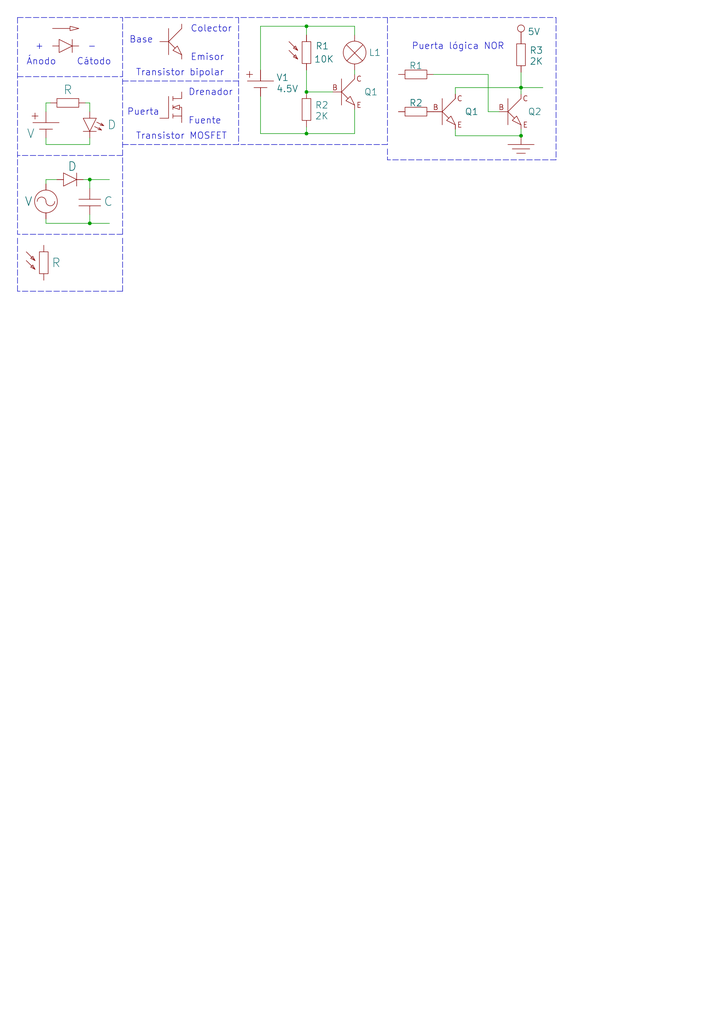
<source format=kicad_sch>
(kicad_sch (version 20211123) (generator eeschema)
  (paper "A4" portrait)
  (title_block (title "Semiconductores") (date "2021-05-21") (company "www.picuino.com") (comment 1 "Copyright (c) 2021 by Carlos Pardo") (comment 2 "License CC BY-SA 4.0"))
  (lib_symbols
    (symbol "electric-esquema-semiconductores-rescue:LDR-simbolos" (pin_names (offset 1.016))
      (property "Reference" "R" (at 1.905 -5.08 0))
      (symbol "LDR-simbolos_0_1"
        (rectangle (start -1.27 -1.905) (end 1.27 -8.255))
        (polyline (pts (xy -2.54 -6.985) (xy -5.08 -4.445)))
        (polyline (pts (xy -2.54 -4.445) (xy -5.08 -1.905)))
        (polyline (pts (xy -2.54 -6.985) (xy -3.175 -5.715) (xy -3.81 -6.35) (xy -2.54 -6.985)))
        (polyline (pts (xy -2.54 -4.445) (xy -3.175 -3.175) (xy -3.81 -3.81) (xy -2.54 -4.445)))
      )
      (symbol "LDR-simbolos_1_1"
        (pin input line (at 0 -10.16 90) (length 1.905) (name "") (number ""))
        (pin input line (at 0 0 270) (length 1.905) (name "") (number ""))
      )
    )
    (symbol "electric-esquema-semiconductores-rescue:MOSFET_N-simbolos" (pin_names (offset 1.016))
      (property "Reference" "Q" (at 6.985 3.81 0))
      (symbol "MOSFET_N-simbolos_0_1"
        (polyline (pts (xy 2.54 6.35) (xy 2.54 0)))
        (polyline (pts (xy 3.81 0) (xy 3.81 1.27)))
        (polyline (pts (xy 3.81 2.54) (xy 3.81 3.81)))
        (polyline (pts (xy 3.81 5.08) (xy 3.81 6.35)))
        (polyline (pts (xy 5.715 3.175) (xy 6.35 3.175) (xy 6.35 0.635)))
        (polyline (pts (xy 6.35 0) (xy 6.35 0.635) (xy 3.81 0.635)))
        (polyline (pts (xy 6.35 6.35) (xy 6.35 5.715) (xy 3.81 5.715)))
        (polyline (pts (xy 5.715 3.81) (xy 3.81 3.175) (xy 5.715 2.54) (xy 5.715 3.81)))
      )
      (symbol "MOSFET_N-simbolos_1_1"
        (pin input line (at 0 0 0) (length 2.54) (name "") (number ""))
        (pin input line (at 6.35 -1.27 90) (length 1.27) (name "") (number ""))
        (pin input line (at 6.35 7.62 270) (length 1.27) (name "") (number ""))
      )
    )
    (symbol "electric-esquema-semiconductores-rescue:NPN-simbolos" (pin_names (offset 1.016))
      (property "Reference" "Q" (at 6.985 -5.08 0))
      (symbol "NPN-simbolos_0_0"
        (polyline (pts (xy 4.445 -6.985) (xy 2.54 -5.08)))
        (polyline (pts (xy 6.35 -8.89) (xy 5.08 -6.35) (xy 3.81 -7.62) (xy 6.35 -8.89)))
        (text "B" (at 0.635 -3.81 0) (effects (font (size 1.524 1.524))))
        (text "C" (at 7.62 -1.27 0) (effects (font (size 1.524 1.524))))
        (text "E" (at 7.62 -8.89 0) (effects (font (size 1.524 1.524))))
      )
      (symbol "NPN-simbolos_0_1"
        (polyline (pts (xy 2.54 -5.08) (xy 6.35 -1.27)))
        (polyline (pts (xy 2.54 -1.27) (xy 2.54 -8.89)))
      )
      (symbol "NPN-simbolos_1_1"
        (pin input line (at 0 -5.08 0) (length 2.54) (name "") (number ""))
        (pin input line (at 6.35 -10.16 90) (length 1.27) (name "") (number ""))
        (pin input line (at 6.35 0 270) (length 1.27) (name "") (number ""))
      )
    )
    (symbol "electric-esquema-semiconductores-rescue:NPN_2-simbolos" (pin_names (offset 1.016))
      (property "Reference" "Q" (at 6.985 -5.08 0))
      (symbol "NPN_2-simbolos_0_0"
        (polyline (pts (xy 4.445 -6.985) (xy 2.54 -5.08)))
        (polyline (pts (xy 6.35 -8.89) (xy 5.08 -6.35) (xy 3.81 -7.62) (xy 6.35 -8.89)))
      )
      (symbol "NPN_2-simbolos_0_1"
        (polyline (pts (xy 2.54 -5.08) (xy 6.35 -1.27)))
        (polyline (pts (xy 2.54 -1.27) (xy 2.54 -8.89)))
      )
      (symbol "NPN_2-simbolos_1_1"
        (pin input line (at 0 -5.08 0) (length 2.54) (name "") (number ""))
        (pin input line (at 6.35 -10.16 90) (length 1.27) (name "") (number ""))
        (pin input line (at 6.35 0 270) (length 1.27) (name "") (number ""))
      )
    )
    (symbol "electric-esquema-semiconductores-rescue:Pila-simbolos" (pin_names (offset 1.016))
      (property "Reference" "V" (at 5.08 -4.445 0))
      (symbol "Pila-simbolos_0_1"
        (polyline (pts (xy -4.064 -1.27) (xy -2.286 -1.27)))
        (polyline (pts (xy -3.81 -3.175) (xy 3.81 -3.175)))
        (polyline (pts (xy -3.175 -0.381) (xy -3.175 -2.159)))
        (polyline (pts (xy -1.905 -5.08) (xy 1.905 -5.08)))
      )
      (symbol "Pila-simbolos_1_1"
        (pin input line (at 0 -7.62 90) (length 2.54) (name "") (number ""))
        (pin input line (at 0 0 270) (length 3.175) (name "") (number ""))
      )
    )
    (symbol "electric-esquema-semiconductores-rescue:condensador-simbolos" (pin_names (offset 1.016))
      (property "Reference" "C" (at 3.81 -4.445 0))
      (symbol "condensador-simbolos_0_1"
        (polyline (pts (xy -3.175 -3.175) (xy 3.175 -3.175)))
        (polyline (pts (xy 3.175 -5.08) (xy -3.175 -5.08)))
      )
      (symbol "condensador-simbolos_1_1"
        (pin input line (at 0 -7.62 90) (length 2.54) (name "") (number ""))
        (pin input line (at 0 0 270) (length 3.175) (name "") (number ""))
      )
    )
    (symbol "electric-esquema-semiconductores-rescue:conector-simbolos" (pin_names (offset 1.016))
      (symbol "conector-simbolos_0_1"
        (circle (center 2.54 0) (radius 1.016))
      )
      (symbol "conector-simbolos_1_1"
        (pin input line (at 0 0 0) (length 1.524) (name "") (number ""))
      )
    )
    (symbol "electric-esquema-semiconductores-rescue:current-simbolos" (pin_names (offset 1.016))
      (property "Reference" "I" (at 2.54 1.27 0))
      (symbol "current-simbolos_0_1"
        (polyline (pts (xy 0 0) (xy 5.08 0) (xy 5.08 0.635) (xy 7.62 0) (xy 5.08 -0.635) (xy 5.08 0)))
      )
    )
    (symbol "electric-esquema-semiconductores-rescue:diodo-simbolos" (pin_names (offset 1.016))
      (property "Reference" "D" (at 2.54 -3.81 0))
      (symbol "diodo-simbolos_0_1"
        (polyline (pts (xy 1.905 -5.715) (xy -1.905 -5.715)))
        (polyline (pts (xy 1.905 -1.905) (xy -1.905 -1.905) (xy 0 -5.715) (xy 1.905 -1.905)))
      )
      (symbol "diodo-simbolos_1_1"
        (pin input line (at 0 -7.62 90) (length 1.905) (name "") (number ""))
        (pin input line (at 0 0 270) (length 1.905) (name "") (number ""))
      )
    )
    (symbol "electric-esquema-semiconductores-rescue:diodo_led-simbolos" (pin_names (offset 1.016))
      (property "Reference" "D" (at 5.08 -3.81 0))
      (symbol "diodo_led-simbolos_0_1"
        (polyline (pts (xy 1.397 -4.318) (xy 3.429 -5.334)))
        (polyline (pts (xy 1.905 -5.715) (xy -1.905 -5.715)))
        (polyline (pts (xy 2.032 -3.048) (xy 4.064 -4.064)))
        (polyline (pts (xy 3.429 -5.334) (xy 2.3622 -5.1816)))
        (polyline (pts (xy 3.429 -5.334) (xy 2.667 -4.572)))
        (polyline (pts (xy 4.064 -4.064) (xy 2.9972 -3.9116)))
        (polyline (pts (xy 4.064 -4.064) (xy 3.302 -3.302)))
        (polyline (pts (xy 1.905 -1.905) (xy -1.905 -1.905) (xy 0 -5.715) (xy 1.905 -1.905)))
      )
      (symbol "diodo_led-simbolos_1_1"
        (pin input line (at 0 -7.62 90) (length 1.905) (name "") (number ""))
        (pin input line (at 0 0 270) (length 1.905) (name "") (number ""))
      )
    )
    (symbol "electric-esquema-semiconductores-rescue:generador-simbolos" (pin_names (offset 1.016))
      (property "Reference" "V" (at 4.445 -5.08 0))
      (symbol "generador-simbolos_0_0"
        (arc (start 0 -5.08) (mid -1.27 -3.81) (end -2.54 -5.08))
        (arc (start 0 -5.08) (mid 1.27 -6.35) (end 2.54 -5.08))
      )
      (symbol "generador-simbolos_0_1"
        (circle (center 0 -5.08) (radius 3.302))
      )
      (symbol "generador-simbolos_1_1"
        (pin input line (at 0 -10.16 90) (length 1.778) (name "") (number ""))
        (pin input line (at 0 0 270) (length 1.778) (name "") (number ""))
      )
    )
    (symbol "electric-esquema-semiconductores-rescue:lampara-simbolos" (pin_names (offset 1.016))
      (property "Reference" "L" (at 4.445 -5.08 0))
      (symbol "lampara-simbolos_0_1"
        (circle (center 0 -5.08) (radius 3.302))
        (polyline (pts (xy -2.286 -7.493) (xy 2.286 -2.921)))
        (polyline (pts (xy -2.286 -2.921) (xy 2.286 -7.493)))
      )
      (symbol "lampara-simbolos_1_1"
        (pin input line (at 0 -10.16 90) (length 1.778) (name "") (number ""))
        (pin input line (at 0 0 270) (length 1.778) (name "") (number ""))
      )
    )
    (symbol "electric-esquema-semiconductores-rescue:resistencia-simbolos" (pin_names (offset 1.016))
      (property "Reference" "R" (at 1.905 -5.08 0))
      (symbol "resistencia-simbolos_0_1"
        (rectangle (start -1.27 -1.905) (end 1.27 -8.255))
      )
      (symbol "resistencia-simbolos_1_1"
        (pin input line (at 0 -10.16 90) (length 1.905) (name "") (number ""))
        (pin input line (at 0 0 270) (length 1.905) (name "") (number ""))
      )
    )
    (symbol "electric-esquema-semiconductores-rescue:tierra-simbolos" (pin_names (offset 1.016))
      (symbol "tierra-simbolos_0_0"
        (polyline (pts (xy -3.81 -2.54) (xy 3.81 -2.54)))
        (polyline (pts (xy -2.54 -3.81) (xy 2.54 -3.81)))
        (polyline (pts (xy -1.27 -5.08) (xy 1.27 -5.08)))
      )
      (symbol "tierra-simbolos_1_1"
        (pin input line (at 0 0 270) (length 2.54) (name "") (number ""))
      )
    )
  )
  (junction (at 88.9 26.67))
  (junction (at 26.035 52.07))
  (junction (at 88.9 38.735))
  (junction (at 151.13 39.37))
  (junction (at 151.13 25.4))
  (junction (at 26.035 64.77))
  (junction (at 88.9 7.62))
  (polyline (pts (xy 35.56 41.91) (xy 69.215 41.91)))
  (wire (pts (xy 132.08 37.465) (xy 132.08 39.37)))
  (polyline (pts (xy 35.56 84.455) (xy 35.56 68.58)))
  (wire (pts (xy 13.335 29.845) (xy 14.605 29.845)))
  (wire (pts (xy 13.335 32.385) (xy 13.335 29.845)))
  (wire (pts (xy 13.335 64.77) (xy 26.035 64.77)))
  (wire (pts (xy 13.335 52.07) (xy 13.335 53.34)))
  (polyline (pts (xy 35.56 45.72) (xy 35.56 67.945)))
  (polyline (pts (xy 5.08 84.455) (xy 5.08 68.58)))
  (wire (pts (xy 75.565 20.32) (xy 75.565 7.62)))
  (polyline (pts (xy 35.56 22.86) (xy 35.56 45.085)))
  (wire (pts (xy 141.605 32.385) (xy 141.605 21.59)))
  (wire (pts (xy 13.335 40.005) (xy 13.335 41.91)))
  (polyline (pts (xy 35.56 45.085) (xy 5.08 45.085)))
  (wire (pts (xy 88.9 20.32) (xy 88.9 26.67)))
  (polyline (pts (xy 112.395 5.08) (xy 112.395 41.91)))
  (wire (pts (xy 102.87 38.735) (xy 88.9 38.735)))
  (wire (pts (xy 26.035 64.77) (xy 26.035 62.23)))
  (wire (pts (xy 75.565 27.94) (xy 75.565 38.735)))
  (wire (pts (xy 151.13 25.4) (xy 157.48 25.4)))
  (wire (pts (xy 144.78 32.385) (xy 141.605 32.385)))
  (wire (pts (xy 26.035 29.845) (xy 26.035 32.385)))
  (wire (pts (xy 132.08 25.4) (xy 151.13 25.4)))
  (wire (pts (xy 88.9 38.735) (xy 88.9 36.83)))
  (wire (pts (xy 13.335 63.5) (xy 13.335 64.77)))
  (wire (pts (xy 75.565 7.62) (xy 88.9 7.62)))
  (wire (pts (xy 26.035 52.07) (xy 24.13 52.07)))
  (polyline (pts (xy 112.395 41.91) (xy 69.85 41.91)))
  (wire (pts (xy 88.9 38.735) (xy 75.565 38.735)))
  (polyline (pts (xy 112.395 43.18) (xy 112.395 46.355)))
  (wire (pts (xy 141.605 21.59) (xy 125.73 21.59)))
  (wire (pts (xy 132.08 27.305) (xy 132.08 25.4)))
  (wire (pts (xy 24.765 29.845) (xy 26.035 29.845)))
  (polyline (pts (xy 35.56 67.945) (xy 5.08 67.945)))
  (polyline (pts (xy 5.08 22.225) (xy 35.56 22.225)))
  (polyline (pts (xy 36.195 5.08) (xy 69.215 5.08)))
  (wire (pts (xy 26.035 52.07) (xy 26.035 54.61)))
  (wire (pts (xy 132.08 39.37) (xy 151.13 39.37)))
  (polyline (pts (xy 161.29 5.08) (xy 161.29 46.355)))
  (polyline (pts (xy 69.215 5.08) (xy 69.215 41.91)))
  (wire (pts (xy 102.87 7.62) (xy 102.87 10.16)))
  (wire (pts (xy 88.9 7.62) (xy 102.87 7.62)))
  (wire (pts (xy 26.035 52.07) (xy 31.75 52.07)))
  (wire (pts (xy 151.13 25.4) (xy 151.13 20.955)))
  (wire (pts (xy 26.035 64.77) (xy 31.75 64.77)))
  (polyline (pts (xy 35.56 84.455) (xy 5.08 84.455)))
  (wire (pts (xy 151.13 39.37) (xy 151.13 37.465)))
  (polyline (pts (xy 35.56 23.495) (xy 69.215 23.495)))
  (polyline (pts (xy 113.03 5.08) (xy 161.29 5.08)))
  (wire (pts (xy 26.035 41.91) (xy 26.035 40.005)))
  (polyline (pts (xy 35.56 22.225) (xy 35.56 5.08)))
  (wire (pts (xy 88.9 26.67) (xy 96.52 26.67)))
  (wire (pts (xy 88.9 7.62) (xy 88.9 10.16)))
  (wire (pts (xy 13.335 41.91) (xy 26.035 41.91)))
  (polyline (pts (xy 69.85 5.08) (xy 112.395 5.08)))
  (wire (pts (xy 151.13 27.305) (xy 151.13 25.4)))
  (polyline (pts (xy 161.29 46.355) (xy 112.395 46.355)))
  (wire (pts (xy 13.335 52.07) (xy 16.51 52.07)))
  (polyline (pts (xy 5.08 5.08) (xy 5.08 67.945)))
  (wire (pts (xy 102.87 31.75) (xy 102.87 38.735)))
  (polyline (pts (xy 5.08 5.08) (xy 35.56 5.08)))
  (wire (pts (xy 102.87 20.32) (xy 102.87 21.59)))
  (text "Puerta lógica NOR" (at 119.38 14.605 0) (effects (font (size 1.905 1.905)) (justify left bottom)))
  (text "Transistor MOSFET" (at 39.37 40.64 0) (effects (font (size 1.905 1.905)) (justify left bottom)))
  (text "IMPRIMIR CON ANCHO DE LINEA EN 12MILS Y LOS COMPONENTES EN 12MILS" (at 64.77 -3.81 0) (effects (font (size 1.27 1.27)) (justify left bottom)))
  (text "Cátodo" (at 22.225 19.05 0) (effects (font (size 1.905 1.905)) (justify left bottom)))
  (text "Fuente" (at 54.61 36.195 0) (effects (font (size 1.905 1.905)) (justify left bottom)))
  (text "+" (at 10.16 14.605 0) (effects (font (size 1.905 1.905)) (justify left bottom)))
  (text "Colector" (at 55.245 9.525 0) (effects (font (size 1.905 1.905)) (justify left bottom)))
  (text "Transistor bipolar" (at 39.37 22.225 0) (effects (font (size 1.905 1.905)) (justify left bottom)))
  (text "Ánodo" (at 7.62 19.05 0) (effects (font (size 1.905 1.905)) (justify left bottom)))
  (text "Emisor" (at 55.245 17.78 0) (effects (font (size 1.905 1.905)) (justify left bottom)))
  (text "Drenador" (at 54.61 27.94 0) (effects (font (size 1.905 1.905)) (justify left bottom)))
  (text "-" (at 25.4 14.605 0) (effects (font (size 1.905 1.905)) (justify left bottom)))
  (text "Puerta" (at 36.83 33.655 0) (effects (font (size 1.905 1.905)) (justify left bottom)))
  (text "Base" (at 37.465 12.7 0) (effects (font (size 1.905 1.905)) (justify left bottom)))
  (symbol (lib_id "electric-esquema-semiconductores-rescue:diodo-simbolos") (at 15.24 13.335 90) (unit 1)
    (property "Reference" "D1" (effects hide))
    (property "Value" "diodo" (effects hide))
  )
  (symbol (lib_id "electric-esquema-semiconductores-rescue:current-simbolos") (at 15.24 8.255 0) (unit 1)
    (property "Reference" "I" (effects hide))
    (property "Value" "current" (effects hide))
  )
  (symbol (lib_id "electric-esquema-semiconductores-rescue:diodo_led-simbolos") (at 26.035 32.385 0) (unit 1)
    (property "Reference" "D" (at 30.9372 36.195 0) (effects (font (size 2.54 2.54)) (justify left)))
    (property "Value" "diodo_led" (effects hide))
  )
  (symbol (lib_id "electric-esquema-semiconductores-rescue:resistencia-simbolos") (at 24.765 29.845 270) (unit 1)
    (property "Reference" "R" (at 19.685 26.035 90) (effects (font (size 2.54 2.54))))
    (property "Value" "resistencia" (effects hide))
  )
  (symbol (lib_id "electric-esquema-semiconductores-rescue:Pila-simbolos") (at 13.335 32.385 0) (unit 1)
    (property "Reference" "V" (at 7.62 38.735 0) (effects (font (size 2.54 2.54)) (justify left)))
    (property "Value" "Pila" (effects hide))
  )
  (symbol (lib_id "electric-esquema-semiconductores-rescue:LDR-simbolos") (at 88.9 10.16 0) (unit 1)
    (property "Reference" "R1" (at 91.44 13.335 0) (effects (font (size 1.905 1.905)) (justify left)))
    (property "Value" "10K" (at 93.98 17.145 0) (effects (font (size 1.905 1.905))))
  )
  (symbol (lib_id "electric-esquema-semiconductores-rescue:resistencia-simbolos") (at 88.9 36.83 180) (unit 1)
    (property "Reference" "R2" (at 93.345 30.48 0) (effects (font (size 1.905 1.905))))
    (property "Value" "2K" (at 93.345 33.655 0) (effects (font (size 1.905 1.905))))
  )
  (symbol (lib_id "electric-esquema-semiconductores-rescue:lampara-simbolos") (at 102.87 10.16 0) (unit 1)
    (property "Reference" "L1" (at 106.8832 15.24 0) (effects (font (size 1.905 1.905)) (justify left)))
    (property "Value" "lampara" (effects hide))
  )
  (symbol (lib_id "electric-esquema-semiconductores-rescue:Pila-simbolos") (at 75.565 20.32 0) (unit 1)
    (property "Reference" "V1" (at 80.0862 22.479 0) (effects (font (size 1.905 1.905)) (justify left)))
    (property "Value" "4.5V" (at 80.0862 25.7556 0) (effects (font (size 1.905 1.905)) (justify left)))
  )
  (symbol (lib_id "electric-esquema-semiconductores-rescue:generador-simbolos") (at 13.335 53.34 0) (unit 1)
    (property "Reference" "V" (at 6.985 58.42 0) (effects (font (size 2.54 2.54)) (justify left)))
    (property "Value" "generador" (effects hide))
  )
  (symbol (lib_id "electric-esquema-semiconductores-rescue:diodo-simbolos") (at 16.51 52.07 90) (unit 1)
    (property "Reference" "D" (at 20.955 48.26 90) (effects (font (size 2.54 2.54))))
    (property "Value" "diodo" (effects hide))
  )
  (symbol (lib_id "electric-esquema-semiconductores-rescue:condensador-simbolos") (at 26.035 54.61 0) (unit 1)
    (property "Reference" "C" (at 29.9212 58.42 0) (effects (font (size 2.54 2.54)) (justify left)))
    (property "Value" "condensador" (effects hide))
  )
  (symbol (lib_id "electric-esquema-semiconductores-rescue:NPN-simbolos") (at 96.52 21.59 0) (unit 1)
    (property "Reference" "Q1" (at 105.537 26.67 0) (effects (font (size 1.905 1.905)) (justify left)))
    (property "Value" "NPN" (effects hide))
  )
  (symbol (lib_id "electric-esquema-semiconductores-rescue:NPN-simbolos") (at 125.73 27.305 0) (unit 1)
    (property "Reference" "Q1" (at 134.747 32.385 0) (effects (font (size 1.905 1.905)) (justify left)))
    (property "Value" "NPN" (effects hide))
  )
  (symbol (lib_id "electric-esquema-semiconductores-rescue:NPN-simbolos") (at 144.78 27.305 0) (unit 1)
    (property "Reference" "Q2" (at 153.035 32.385 0) (effects (font (size 1.905 1.905)) (justify left)))
    (property "Value" "NPN" (effects hide))
  )
  (symbol (lib_id "electric-esquema-semiconductores-rescue:resistencia-simbolos") (at 151.13 20.955 180) (unit 1)
    (property "Reference" "R3" (at 155.575 14.605 0) (effects (font (size 1.905 1.905))))
    (property "Value" "2K" (at 155.575 17.78 0) (effects (font (size 1.905 1.905))))
  )
  (symbol (lib_id "electric-esquema-semiconductores-rescue:conector-simbolos") (at 151.13 10.795 90) (unit 1)
    (property "Reference" "o?" (effects hide))
    (property "Value" "5V" (at 152.9842 9.1948 90) (effects (font (size 1.905 1.905)) (justify right)))
  )
  (symbol (lib_id "electric-esquema-semiconductores-rescue:tierra-simbolos") (at 151.13 39.37 0) (unit 1)
    (property "Reference" "V?" (effects hide))
    (property "Value" "tierra" (effects hide))
  )
  (symbol (lib_id "electric-esquema-semiconductores-rescue:resistencia-simbolos") (at 115.57 21.59 90) (unit 1)
    (property "Reference" "R1" (at 120.65 19.05 90) (effects (font (size 1.905 1.905))))
    (property "Value" "2K" (effects hide))
  )
  (symbol (lib_id "electric-esquema-semiconductores-rescue:resistencia-simbolos") (at 115.57 32.385 90) (unit 1)
    (property "Reference" "R2" (at 120.65 29.845 90) (effects (font (size 1.905 1.905))))
    (property "Value" "2K" (effects hide))
  )
  (symbol (lib_id "electric-esquema-semiconductores-rescue:NPN_2-simbolos") (at 46.355 6.985 0) (unit 1)
    (property "Reference" "Q?" (effects hide))
    (property "Value" "NPN_2" (effects hide))
  )
  (symbol (lib_id "electric-esquema-semiconductores-rescue:MOSFET_N-simbolos") (at 46.355 34.29 0) (unit 1)
    (property "Reference" "Q?" (effects hide))
    (property "Value" "MOSFET_N" (effects hide))
  )
  (symbol (lib_id "electric-esquema-semiconductores-rescue:LDR-simbolos") (at 12.7 71.12 0) (unit 1)
    (property "Reference" "R" (at 14.8082 76.2 0) (effects (font (size 2.54 2.54)) (justify left)))
    (property "Value" "LDR" (effects hide))
  )
)
</source>
